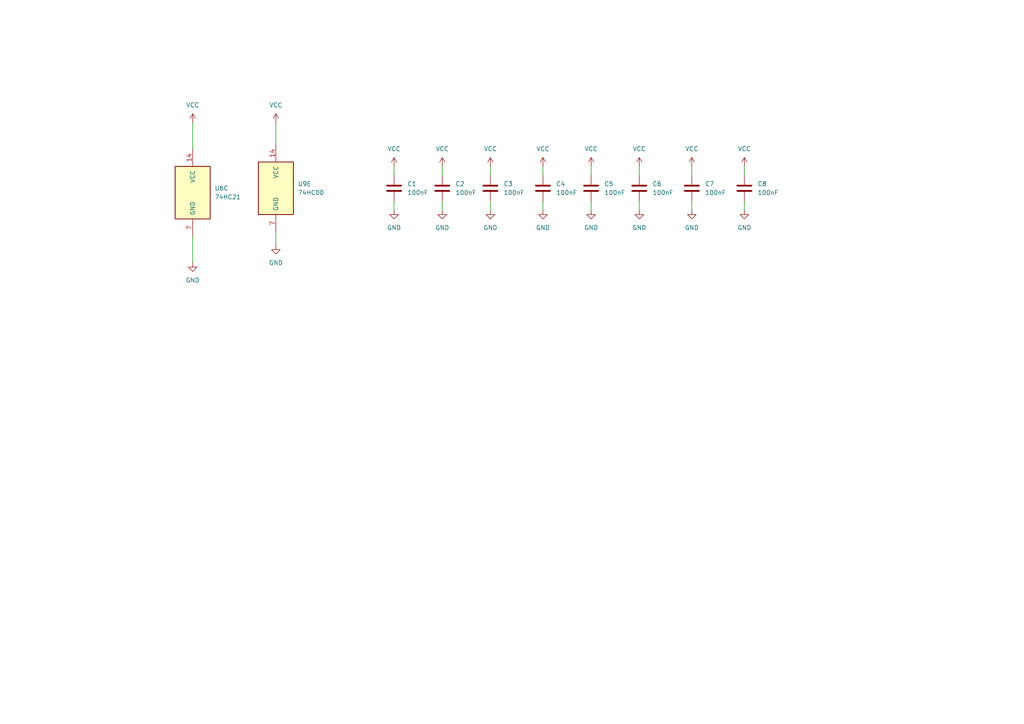
<source format=kicad_sch>
(kicad_sch (version 20230121) (generator eeschema)

  (uuid 2e43da13-4768-4479-bd81-191d7ed07647)

  (paper "A4")

  (lib_symbols
    (symbol "74xx:74HC00" (pin_names (offset 1.016)) (in_bom yes) (on_board yes)
      (property "Reference" "U" (at 0 1.27 0)
        (effects (font (size 1.27 1.27)))
      )
      (property "Value" "74HC00" (at 0 -1.27 0)
        (effects (font (size 1.27 1.27)))
      )
      (property "Footprint" "" (at 0 0 0)
        (effects (font (size 1.27 1.27)) hide)
      )
      (property "Datasheet" "http://www.ti.com/lit/gpn/sn74hc00" (at 0 0 0)
        (effects (font (size 1.27 1.27)) hide)
      )
      (property "ki_locked" "" (at 0 0 0)
        (effects (font (size 1.27 1.27)))
      )
      (property "ki_keywords" "HCMOS nand 2-input" (at 0 0 0)
        (effects (font (size 1.27 1.27)) hide)
      )
      (property "ki_description" "quad 2-input NAND gate" (at 0 0 0)
        (effects (font (size 1.27 1.27)) hide)
      )
      (property "ki_fp_filters" "DIP*W7.62mm* SO14*" (at 0 0 0)
        (effects (font (size 1.27 1.27)) hide)
      )
      (symbol "74HC00_1_1"
        (arc (start 0 -3.81) (mid 3.7934 0) (end 0 3.81)
          (stroke (width 0.254) (type default))
          (fill (type background))
        )
        (polyline
          (pts
            (xy 0 3.81)
            (xy -3.81 3.81)
            (xy -3.81 -3.81)
            (xy 0 -3.81)
          )
          (stroke (width 0.254) (type default))
          (fill (type background))
        )
        (pin input line (at -7.62 2.54 0) (length 3.81)
          (name "~" (effects (font (size 1.27 1.27))))
          (number "1" (effects (font (size 1.27 1.27))))
        )
        (pin input line (at -7.62 -2.54 0) (length 3.81)
          (name "~" (effects (font (size 1.27 1.27))))
          (number "2" (effects (font (size 1.27 1.27))))
        )
        (pin output inverted (at 7.62 0 180) (length 3.81)
          (name "~" (effects (font (size 1.27 1.27))))
          (number "3" (effects (font (size 1.27 1.27))))
        )
      )
      (symbol "74HC00_1_2"
        (arc (start -3.81 -3.81) (mid -2.589 0) (end -3.81 3.81)
          (stroke (width 0.254) (type default))
          (fill (type none))
        )
        (arc (start -0.6096 -3.81) (mid 2.1842 -2.5851) (end 3.81 0)
          (stroke (width 0.254) (type default))
          (fill (type background))
        )
        (polyline
          (pts
            (xy -3.81 -3.81)
            (xy -0.635 -3.81)
          )
          (stroke (width 0.254) (type default))
          (fill (type background))
        )
        (polyline
          (pts
            (xy -3.81 3.81)
            (xy -0.635 3.81)
          )
          (stroke (width 0.254) (type default))
          (fill (type background))
        )
        (polyline
          (pts
            (xy -0.635 3.81)
            (xy -3.81 3.81)
            (xy -3.81 3.81)
            (xy -3.556 3.4036)
            (xy -3.0226 2.2606)
            (xy -2.6924 1.0414)
            (xy -2.6162 -0.254)
            (xy -2.7686 -1.4986)
            (xy -3.175 -2.7178)
            (xy -3.81 -3.81)
            (xy -3.81 -3.81)
            (xy -0.635 -3.81)
          )
          (stroke (width -25.4) (type default))
          (fill (type background))
        )
        (arc (start 3.81 0) (mid 2.1915 2.5936) (end -0.6096 3.81)
          (stroke (width 0.254) (type default))
          (fill (type background))
        )
        (pin input inverted (at -7.62 2.54 0) (length 4.318)
          (name "~" (effects (font (size 1.27 1.27))))
          (number "1" (effects (font (size 1.27 1.27))))
        )
        (pin input inverted (at -7.62 -2.54 0) (length 4.318)
          (name "~" (effects (font (size 1.27 1.27))))
          (number "2" (effects (font (size 1.27 1.27))))
        )
        (pin output line (at 7.62 0 180) (length 3.81)
          (name "~" (effects (font (size 1.27 1.27))))
          (number "3" (effects (font (size 1.27 1.27))))
        )
      )
      (symbol "74HC00_2_1"
        (arc (start 0 -3.81) (mid 3.7934 0) (end 0 3.81)
          (stroke (width 0.254) (type default))
          (fill (type background))
        )
        (polyline
          (pts
            (xy 0 3.81)
            (xy -3.81 3.81)
            (xy -3.81 -3.81)
            (xy 0 -3.81)
          )
          (stroke (width 0.254) (type default))
          (fill (type background))
        )
        (pin input line (at -7.62 2.54 0) (length 3.81)
          (name "~" (effects (font (size 1.27 1.27))))
          (number "4" (effects (font (size 1.27 1.27))))
        )
        (pin input line (at -7.62 -2.54 0) (length 3.81)
          (name "~" (effects (font (size 1.27 1.27))))
          (number "5" (effects (font (size 1.27 1.27))))
        )
        (pin output inverted (at 7.62 0 180) (length 3.81)
          (name "~" (effects (font (size 1.27 1.27))))
          (number "6" (effects (font (size 1.27 1.27))))
        )
      )
      (symbol "74HC00_2_2"
        (arc (start -3.81 -3.81) (mid -2.589 0) (end -3.81 3.81)
          (stroke (width 0.254) (type default))
          (fill (type none))
        )
        (arc (start -0.6096 -3.81) (mid 2.1842 -2.5851) (end 3.81 0)
          (stroke (width 0.254) (type default))
          (fill (type background))
        )
        (polyline
          (pts
            (xy -3.81 -3.81)
            (xy -0.635 -3.81)
          )
          (stroke (width 0.254) (type default))
          (fill (type background))
        )
        (polyline
          (pts
            (xy -3.81 3.81)
            (xy -0.635 3.81)
          )
          (stroke (width 0.254) (type default))
          (fill (type background))
        )
        (polyline
          (pts
            (xy -0.635 3.81)
            (xy -3.81 3.81)
            (xy -3.81 3.81)
            (xy -3.556 3.4036)
            (xy -3.0226 2.2606)
            (xy -2.6924 1.0414)
            (xy -2.6162 -0.254)
            (xy -2.7686 -1.4986)
            (xy -3.175 -2.7178)
            (xy -3.81 -3.81)
            (xy -3.81 -3.81)
            (xy -0.635 -3.81)
          )
          (stroke (width -25.4) (type default))
          (fill (type background))
        )
        (arc (start 3.81 0) (mid 2.1915 2.5936) (end -0.6096 3.81)
          (stroke (width 0.254) (type default))
          (fill (type background))
        )
        (pin input inverted (at -7.62 2.54 0) (length 4.318)
          (name "~" (effects (font (size 1.27 1.27))))
          (number "4" (effects (font (size 1.27 1.27))))
        )
        (pin input inverted (at -7.62 -2.54 0) (length 4.318)
          (name "~" (effects (font (size 1.27 1.27))))
          (number "5" (effects (font (size 1.27 1.27))))
        )
        (pin output line (at 7.62 0 180) (length 3.81)
          (name "~" (effects (font (size 1.27 1.27))))
          (number "6" (effects (font (size 1.27 1.27))))
        )
      )
      (symbol "74HC00_3_1"
        (arc (start 0 -3.81) (mid 3.7934 0) (end 0 3.81)
          (stroke (width 0.254) (type default))
          (fill (type background))
        )
        (polyline
          (pts
            (xy 0 3.81)
            (xy -3.81 3.81)
            (xy -3.81 -3.81)
            (xy 0 -3.81)
          )
          (stroke (width 0.254) (type default))
          (fill (type background))
        )
        (pin input line (at -7.62 -2.54 0) (length 3.81)
          (name "~" (effects (font (size 1.27 1.27))))
          (number "10" (effects (font (size 1.27 1.27))))
        )
        (pin output inverted (at 7.62 0 180) (length 3.81)
          (name "~" (effects (font (size 1.27 1.27))))
          (number "8" (effects (font (size 1.27 1.27))))
        )
        (pin input line (at -7.62 2.54 0) (length 3.81)
          (name "~" (effects (font (size 1.27 1.27))))
          (number "9" (effects (font (size 1.27 1.27))))
        )
      )
      (symbol "74HC00_3_2"
        (arc (start -3.81 -3.81) (mid -2.589 0) (end -3.81 3.81)
          (stroke (width 0.254) (type default))
          (fill (type none))
        )
        (arc (start -0.6096 -3.81) (mid 2.1842 -2.5851) (end 3.81 0)
          (stroke (width 0.254) (type default))
          (fill (type background))
        )
        (polyline
          (pts
            (xy -3.81 -3.81)
            (xy -0.635 -3.81)
          )
          (stroke (width 0.254) (type default))
          (fill (type background))
        )
        (polyline
          (pts
            (xy -3.81 3.81)
            (xy -0.635 3.81)
          )
          (stroke (width 0.254) (type default))
          (fill (type background))
        )
        (polyline
          (pts
            (xy -0.635 3.81)
            (xy -3.81 3.81)
            (xy -3.81 3.81)
            (xy -3.556 3.4036)
            (xy -3.0226 2.2606)
            (xy -2.6924 1.0414)
            (xy -2.6162 -0.254)
            (xy -2.7686 -1.4986)
            (xy -3.175 -2.7178)
            (xy -3.81 -3.81)
            (xy -3.81 -3.81)
            (xy -0.635 -3.81)
          )
          (stroke (width -25.4) (type default))
          (fill (type background))
        )
        (arc (start 3.81 0) (mid 2.1915 2.5936) (end -0.6096 3.81)
          (stroke (width 0.254) (type default))
          (fill (type background))
        )
        (pin input inverted (at -7.62 -2.54 0) (length 4.318)
          (name "~" (effects (font (size 1.27 1.27))))
          (number "10" (effects (font (size 1.27 1.27))))
        )
        (pin output line (at 7.62 0 180) (length 3.81)
          (name "~" (effects (font (size 1.27 1.27))))
          (number "8" (effects (font (size 1.27 1.27))))
        )
        (pin input inverted (at -7.62 2.54 0) (length 4.318)
          (name "~" (effects (font (size 1.27 1.27))))
          (number "9" (effects (font (size 1.27 1.27))))
        )
      )
      (symbol "74HC00_4_1"
        (arc (start 0 -3.81) (mid 3.7934 0) (end 0 3.81)
          (stroke (width 0.254) (type default))
          (fill (type background))
        )
        (polyline
          (pts
            (xy 0 3.81)
            (xy -3.81 3.81)
            (xy -3.81 -3.81)
            (xy 0 -3.81)
          )
          (stroke (width 0.254) (type default))
          (fill (type background))
        )
        (pin output inverted (at 7.62 0 180) (length 3.81)
          (name "~" (effects (font (size 1.27 1.27))))
          (number "11" (effects (font (size 1.27 1.27))))
        )
        (pin input line (at -7.62 2.54 0) (length 3.81)
          (name "~" (effects (font (size 1.27 1.27))))
          (number "12" (effects (font (size 1.27 1.27))))
        )
        (pin input line (at -7.62 -2.54 0) (length 3.81)
          (name "~" (effects (font (size 1.27 1.27))))
          (number "13" (effects (font (size 1.27 1.27))))
        )
      )
      (symbol "74HC00_4_2"
        (arc (start -3.81 -3.81) (mid -2.589 0) (end -3.81 3.81)
          (stroke (width 0.254) (type default))
          (fill (type none))
        )
        (arc (start -0.6096 -3.81) (mid 2.1842 -2.5851) (end 3.81 0)
          (stroke (width 0.254) (type default))
          (fill (type background))
        )
        (polyline
          (pts
            (xy -3.81 -3.81)
            (xy -0.635 -3.81)
          )
          (stroke (width 0.254) (type default))
          (fill (type background))
        )
        (polyline
          (pts
            (xy -3.81 3.81)
            (xy -0.635 3.81)
          )
          (stroke (width 0.254) (type default))
          (fill (type background))
        )
        (polyline
          (pts
            (xy -0.635 3.81)
            (xy -3.81 3.81)
            (xy -3.81 3.81)
            (xy -3.556 3.4036)
            (xy -3.0226 2.2606)
            (xy -2.6924 1.0414)
            (xy -2.6162 -0.254)
            (xy -2.7686 -1.4986)
            (xy -3.175 -2.7178)
            (xy -3.81 -3.81)
            (xy -3.81 -3.81)
            (xy -0.635 -3.81)
          )
          (stroke (width -25.4) (type default))
          (fill (type background))
        )
        (arc (start 3.81 0) (mid 2.1915 2.5936) (end -0.6096 3.81)
          (stroke (width 0.254) (type default))
          (fill (type background))
        )
        (pin output line (at 7.62 0 180) (length 3.81)
          (name "~" (effects (font (size 1.27 1.27))))
          (number "11" (effects (font (size 1.27 1.27))))
        )
        (pin input inverted (at -7.62 2.54 0) (length 4.318)
          (name "~" (effects (font (size 1.27 1.27))))
          (number "12" (effects (font (size 1.27 1.27))))
        )
        (pin input inverted (at -7.62 -2.54 0) (length 4.318)
          (name "~" (effects (font (size 1.27 1.27))))
          (number "13" (effects (font (size 1.27 1.27))))
        )
      )
      (symbol "74HC00_5_0"
        (pin power_in line (at 0 12.7 270) (length 5.08)
          (name "VCC" (effects (font (size 1.27 1.27))))
          (number "14" (effects (font (size 1.27 1.27))))
        )
        (pin power_in line (at 0 -12.7 90) (length 5.08)
          (name "GND" (effects (font (size 1.27 1.27))))
          (number "7" (effects (font (size 1.27 1.27))))
        )
      )
      (symbol "74HC00_5_1"
        (rectangle (start -5.08 7.62) (end 5.08 -7.62)
          (stroke (width 0.254) (type default))
          (fill (type background))
        )
      )
    )
    (symbol "74xx:74LS21" (pin_names (offset 1.016)) (in_bom yes) (on_board yes)
      (property "Reference" "U" (at 0 1.27 0)
        (effects (font (size 1.27 1.27)))
      )
      (property "Value" "74LS21" (at 0 -1.27 0)
        (effects (font (size 1.27 1.27)))
      )
      (property "Footprint" "" (at 0 0 0)
        (effects (font (size 1.27 1.27)) hide)
      )
      (property "Datasheet" "http://www.ti.com/lit/gpn/sn74LS21" (at 0 0 0)
        (effects (font (size 1.27 1.27)) hide)
      )
      (property "ki_locked" "" (at 0 0 0)
        (effects (font (size 1.27 1.27)))
      )
      (property "ki_keywords" "TTL And4" (at 0 0 0)
        (effects (font (size 1.27 1.27)) hide)
      )
      (property "ki_description" "Dual 4-input AND" (at 0 0 0)
        (effects (font (size 1.27 1.27)) hide)
      )
      (property "ki_fp_filters" "DIP?12*" (at 0 0 0)
        (effects (font (size 1.27 1.27)) hide)
      )
      (symbol "74LS21_1_1"
        (arc (start -0.635 -4.445) (mid 3.7907 0) (end -0.635 4.445)
          (stroke (width 0.254) (type default))
          (fill (type background))
        )
        (polyline
          (pts
            (xy -0.635 4.445)
            (xy -3.81 4.445)
            (xy -3.81 -4.445)
            (xy -0.635 -4.445)
          )
          (stroke (width 0.254) (type default))
          (fill (type background))
        )
        (pin input line (at -7.62 3.81 0) (length 3.81)
          (name "~" (effects (font (size 1.27 1.27))))
          (number "1" (effects (font (size 1.27 1.27))))
        )
        (pin input line (at -7.62 1.27 0) (length 3.81)
          (name "~" (effects (font (size 1.27 1.27))))
          (number "2" (effects (font (size 1.27 1.27))))
        )
        (pin input line (at -7.62 -1.27 0) (length 3.81)
          (name "~" (effects (font (size 1.27 1.27))))
          (number "4" (effects (font (size 1.27 1.27))))
        )
        (pin input line (at -7.62 -3.81 0) (length 3.81)
          (name "~" (effects (font (size 1.27 1.27))))
          (number "5" (effects (font (size 1.27 1.27))))
        )
        (pin output line (at 7.62 0 180) (length 3.81)
          (name "~" (effects (font (size 1.27 1.27))))
          (number "6" (effects (font (size 1.27 1.27))))
        )
      )
      (symbol "74LS21_1_2"
        (arc (start -3.81 -4.445) (mid -2.5908 0) (end -3.81 4.445)
          (stroke (width 0.254) (type default))
          (fill (type none))
        )
        (arc (start -0.6096 -4.445) (mid 2.2246 -2.8422) (end 3.81 0)
          (stroke (width 0.254) (type default))
          (fill (type background))
        )
        (polyline
          (pts
            (xy -3.81 -4.445)
            (xy -0.635 -4.445)
          )
          (stroke (width 0.254) (type default))
          (fill (type background))
        )
        (polyline
          (pts
            (xy -3.81 4.445)
            (xy -0.635 4.445)
          )
          (stroke (width 0.254) (type default))
          (fill (type background))
        )
        (polyline
          (pts
            (xy -0.635 4.445)
            (xy -3.81 4.445)
            (xy -3.81 4.445)
            (xy -3.6322 4.0894)
            (xy -3.0988 2.921)
            (xy -2.7686 1.6764)
            (xy -2.6162 0.4318)
            (xy -2.6416 -0.8636)
            (xy -2.8702 -2.1082)
            (xy -3.2512 -3.3274)
            (xy -3.81 -4.445)
            (xy -3.81 -4.445)
            (xy -0.635 -4.445)
          )
          (stroke (width -25.4) (type default))
          (fill (type background))
        )
        (arc (start 3.81 0) (mid 2.2204 2.8379) (end -0.6096 4.445)
          (stroke (width 0.254) (type default))
          (fill (type background))
        )
        (pin input inverted (at -7.62 3.81 0) (length 3.81)
          (name "~" (effects (font (size 1.27 1.27))))
          (number "1" (effects (font (size 1.27 1.27))))
        )
        (pin input inverted (at -7.62 1.27 0) (length 4.826)
          (name "~" (effects (font (size 1.27 1.27))))
          (number "2" (effects (font (size 1.27 1.27))))
        )
        (pin input inverted (at -7.62 -1.27 0) (length 4.826)
          (name "~" (effects (font (size 1.27 1.27))))
          (number "4" (effects (font (size 1.27 1.27))))
        )
        (pin input inverted (at -7.62 -3.81 0) (length 3.81)
          (name "~" (effects (font (size 1.27 1.27))))
          (number "5" (effects (font (size 1.27 1.27))))
        )
        (pin output inverted (at 7.62 0 180) (length 3.81)
          (name "~" (effects (font (size 1.27 1.27))))
          (number "6" (effects (font (size 1.27 1.27))))
        )
      )
      (symbol "74LS21_2_1"
        (arc (start -0.635 -4.445) (mid 3.7907 0) (end -0.635 4.445)
          (stroke (width 0.254) (type default))
          (fill (type background))
        )
        (polyline
          (pts
            (xy -0.635 4.445)
            (xy -3.81 4.445)
            (xy -3.81 -4.445)
            (xy -0.635 -4.445)
          )
          (stroke (width 0.254) (type default))
          (fill (type background))
        )
        (pin input line (at -7.62 1.27 0) (length 3.81)
          (name "~" (effects (font (size 1.27 1.27))))
          (number "10" (effects (font (size 1.27 1.27))))
        )
        (pin input line (at -7.62 -1.27 0) (length 3.81)
          (name "~" (effects (font (size 1.27 1.27))))
          (number "12" (effects (font (size 1.27 1.27))))
        )
        (pin input line (at -7.62 -3.81 0) (length 3.81)
          (name "~" (effects (font (size 1.27 1.27))))
          (number "13" (effects (font (size 1.27 1.27))))
        )
        (pin output line (at 7.62 0 180) (length 3.81)
          (name "~" (effects (font (size 1.27 1.27))))
          (number "8" (effects (font (size 1.27 1.27))))
        )
        (pin input line (at -7.62 3.81 0) (length 3.81)
          (name "~" (effects (font (size 1.27 1.27))))
          (number "9" (effects (font (size 1.27 1.27))))
        )
      )
      (symbol "74LS21_2_2"
        (arc (start -3.81 -4.445) (mid -2.5908 0) (end -3.81 4.445)
          (stroke (width 0.254) (type default))
          (fill (type none))
        )
        (arc (start -0.6096 -4.445) (mid 2.2246 -2.8422) (end 3.81 0)
          (stroke (width 0.254) (type default))
          (fill (type background))
        )
        (polyline
          (pts
            (xy -3.81 -4.445)
            (xy -0.635 -4.445)
          )
          (stroke (width 0.254) (type default))
          (fill (type background))
        )
        (polyline
          (pts
            (xy -3.81 4.445)
            (xy -0.635 4.445)
          )
          (stroke (width 0.254) (type default))
          (fill (type background))
        )
        (polyline
          (pts
            (xy -0.635 4.445)
            (xy -3.81 4.445)
            (xy -3.81 4.445)
            (xy -3.6322 4.0894)
            (xy -3.0988 2.921)
            (xy -2.7686 1.6764)
            (xy -2.6162 0.4318)
            (xy -2.6416 -0.8636)
            (xy -2.8702 -2.1082)
            (xy -3.2512 -3.3274)
            (xy -3.81 -4.445)
            (xy -3.81 -4.445)
            (xy -0.635 -4.445)
          )
          (stroke (width -25.4) (type default))
          (fill (type background))
        )
        (arc (start 3.81 0) (mid 2.2204 2.8379) (end -0.6096 4.445)
          (stroke (width 0.254) (type default))
          (fill (type background))
        )
        (pin input inverted (at -7.62 1.27 0) (length 4.826)
          (name "~" (effects (font (size 1.27 1.27))))
          (number "10" (effects (font (size 1.27 1.27))))
        )
        (pin input inverted (at -7.62 -1.27 0) (length 4.826)
          (name "~" (effects (font (size 1.27 1.27))))
          (number "12" (effects (font (size 1.27 1.27))))
        )
        (pin input inverted (at -7.62 -3.81 0) (length 3.81)
          (name "~" (effects (font (size 1.27 1.27))))
          (number "13" (effects (font (size 1.27 1.27))))
        )
        (pin output inverted (at 7.62 0 180) (length 3.81)
          (name "~" (effects (font (size 1.27 1.27))))
          (number "8" (effects (font (size 1.27 1.27))))
        )
        (pin input inverted (at -7.62 3.81 0) (length 3.81)
          (name "~" (effects (font (size 1.27 1.27))))
          (number "9" (effects (font (size 1.27 1.27))))
        )
      )
      (symbol "74LS21_3_0"
        (pin power_in line (at 0 12.7 270) (length 5.08)
          (name "VCC" (effects (font (size 1.27 1.27))))
          (number "14" (effects (font (size 1.27 1.27))))
        )
        (pin power_in line (at 0 -12.7 90) (length 5.08)
          (name "GND" (effects (font (size 1.27 1.27))))
          (number "7" (effects (font (size 1.27 1.27))))
        )
      )
      (symbol "74LS21_3_1"
        (rectangle (start -5.08 7.62) (end 5.08 -7.62)
          (stroke (width 0.254) (type default))
          (fill (type background))
        )
      )
    )
    (symbol "Device:C" (pin_numbers hide) (pin_names (offset 0.254)) (in_bom yes) (on_board yes)
      (property "Reference" "C" (at 0.635 2.54 0)
        (effects (font (size 1.27 1.27)) (justify left))
      )
      (property "Value" "C" (at 0.635 -2.54 0)
        (effects (font (size 1.27 1.27)) (justify left))
      )
      (property "Footprint" "" (at 0.9652 -3.81 0)
        (effects (font (size 1.27 1.27)) hide)
      )
      (property "Datasheet" "~" (at 0 0 0)
        (effects (font (size 1.27 1.27)) hide)
      )
      (property "ki_keywords" "cap capacitor" (at 0 0 0)
        (effects (font (size 1.27 1.27)) hide)
      )
      (property "ki_description" "Unpolarized capacitor" (at 0 0 0)
        (effects (font (size 1.27 1.27)) hide)
      )
      (property "ki_fp_filters" "C_*" (at 0 0 0)
        (effects (font (size 1.27 1.27)) hide)
      )
      (symbol "C_0_1"
        (polyline
          (pts
            (xy -2.032 -0.762)
            (xy 2.032 -0.762)
          )
          (stroke (width 0.508) (type default))
          (fill (type none))
        )
        (polyline
          (pts
            (xy -2.032 0.762)
            (xy 2.032 0.762)
          )
          (stroke (width 0.508) (type default))
          (fill (type none))
        )
      )
      (symbol "C_1_1"
        (pin passive line (at 0 3.81 270) (length 2.794)
          (name "~" (effects (font (size 1.27 1.27))))
          (number "1" (effects (font (size 1.27 1.27))))
        )
        (pin passive line (at 0 -3.81 90) (length 2.794)
          (name "~" (effects (font (size 1.27 1.27))))
          (number "2" (effects (font (size 1.27 1.27))))
        )
      )
    )
    (symbol "power:GND" (power) (pin_names (offset 0)) (in_bom yes) (on_board yes)
      (property "Reference" "#PWR" (at 0 -6.35 0)
        (effects (font (size 1.27 1.27)) hide)
      )
      (property "Value" "GND" (at 0 -3.81 0)
        (effects (font (size 1.27 1.27)))
      )
      (property "Footprint" "" (at 0 0 0)
        (effects (font (size 1.27 1.27)) hide)
      )
      (property "Datasheet" "" (at 0 0 0)
        (effects (font (size 1.27 1.27)) hide)
      )
      (property "ki_keywords" "global power" (at 0 0 0)
        (effects (font (size 1.27 1.27)) hide)
      )
      (property "ki_description" "Power symbol creates a global label with name \"GND\" , ground" (at 0 0 0)
        (effects (font (size 1.27 1.27)) hide)
      )
      (symbol "GND_0_1"
        (polyline
          (pts
            (xy 0 0)
            (xy 0 -1.27)
            (xy 1.27 -1.27)
            (xy 0 -2.54)
            (xy -1.27 -1.27)
            (xy 0 -1.27)
          )
          (stroke (width 0) (type default))
          (fill (type none))
        )
      )
      (symbol "GND_1_1"
        (pin power_in line (at 0 0 270) (length 0) hide
          (name "GND" (effects (font (size 1.27 1.27))))
          (number "1" (effects (font (size 1.27 1.27))))
        )
      )
    )
    (symbol "power:VCC" (power) (pin_names (offset 0)) (in_bom yes) (on_board yes)
      (property "Reference" "#PWR" (at 0 -3.81 0)
        (effects (font (size 1.27 1.27)) hide)
      )
      (property "Value" "VCC" (at 0 3.81 0)
        (effects (font (size 1.27 1.27)))
      )
      (property "Footprint" "" (at 0 0 0)
        (effects (font (size 1.27 1.27)) hide)
      )
      (property "Datasheet" "" (at 0 0 0)
        (effects (font (size 1.27 1.27)) hide)
      )
      (property "ki_keywords" "global power" (at 0 0 0)
        (effects (font (size 1.27 1.27)) hide)
      )
      (property "ki_description" "Power symbol creates a global label with name \"VCC\"" (at 0 0 0)
        (effects (font (size 1.27 1.27)) hide)
      )
      (symbol "VCC_0_1"
        (polyline
          (pts
            (xy -0.762 1.27)
            (xy 0 2.54)
          )
          (stroke (width 0) (type default))
          (fill (type none))
        )
        (polyline
          (pts
            (xy 0 0)
            (xy 0 2.54)
          )
          (stroke (width 0) (type default))
          (fill (type none))
        )
        (polyline
          (pts
            (xy 0 2.54)
            (xy 0.762 1.27)
          )
          (stroke (width 0) (type default))
          (fill (type none))
        )
      )
      (symbol "VCC_1_1"
        (pin power_in line (at 0 0 90) (length 0) hide
          (name "VCC" (effects (font (size 1.27 1.27))))
          (number "1" (effects (font (size 1.27 1.27))))
        )
      )
    )
  )


  (wire (pts (xy 114.3 58.42) (xy 114.3 60.96))
    (stroke (width 0) (type default))
    (uuid 12adb099-1341-40e4-aa52-7fa5500940f2)
  )
  (wire (pts (xy 215.9 58.42) (xy 215.9 60.96))
    (stroke (width 0) (type default))
    (uuid 17281d86-7046-4f37-be6b-5fc747ee2fad)
  )
  (wire (pts (xy 215.9 48.26) (xy 215.9 50.8))
    (stroke (width 0) (type default))
    (uuid 199ef6d0-0bdd-4f44-ade7-62bc712e9196)
  )
  (wire (pts (xy 171.45 48.26) (xy 171.45 50.8))
    (stroke (width 0) (type default))
    (uuid 332473b4-a58e-458e-9b7c-726fdf091ce8)
  )
  (wire (pts (xy 200.66 58.42) (xy 200.66 60.96))
    (stroke (width 0) (type default))
    (uuid 39fed8a8-afc5-4db7-b824-2369c56b4c03)
  )
  (wire (pts (xy 128.27 58.42) (xy 128.27 60.96))
    (stroke (width 0) (type default))
    (uuid 497e4255-83f1-4b84-ad84-2c656d5e2edc)
  )
  (wire (pts (xy 114.3 48.26) (xy 114.3 50.8))
    (stroke (width 0) (type default))
    (uuid 4d3a2ab9-a9aa-4095-8ea5-22d36b1b0c3d)
  )
  (wire (pts (xy 55.88 35.56) (xy 55.88 43.18))
    (stroke (width 0) (type default))
    (uuid 4eee8468-0ada-4ba6-9485-8cbbb0105289)
  )
  (wire (pts (xy 185.42 48.26) (xy 185.42 50.8))
    (stroke (width 0) (type default))
    (uuid 57a307d1-e7d1-4e16-8ce5-dcd81f62992c)
  )
  (wire (pts (xy 171.45 58.42) (xy 171.45 60.96))
    (stroke (width 0) (type default))
    (uuid 6419c895-466b-4d83-9d4b-e3fcd9e2c27e)
  )
  (wire (pts (xy 142.24 48.26) (xy 142.24 50.8))
    (stroke (width 0) (type default))
    (uuid 80d7d49b-0b82-404a-820b-583743e4aa29)
  )
  (wire (pts (xy 200.66 48.26) (xy 200.66 50.8))
    (stroke (width 0) (type default))
    (uuid 9b510eba-6a0c-4ddf-9b75-948a15119ff4)
  )
  (wire (pts (xy 128.27 48.26) (xy 128.27 50.8))
    (stroke (width 0) (type default))
    (uuid a6b7fc54-dafd-4483-8274-0f8f6284477e)
  )
  (wire (pts (xy 80.01 67.31) (xy 80.01 71.12))
    (stroke (width 0) (type default))
    (uuid ac93ecd4-d5c8-400b-9896-4142a61364de)
  )
  (wire (pts (xy 157.48 58.42) (xy 157.48 60.96))
    (stroke (width 0) (type default))
    (uuid b35d67c7-fba7-45e4-becb-d4285ff7d69a)
  )
  (wire (pts (xy 55.88 68.58) (xy 55.88 76.2))
    (stroke (width 0) (type default))
    (uuid be22b707-56d6-4535-a739-5f03e9a922fe)
  )
  (wire (pts (xy 142.24 58.42) (xy 142.24 60.96))
    (stroke (width 0) (type default))
    (uuid c28b60bf-3797-4076-b905-d971199ef14e)
  )
  (wire (pts (xy 157.48 48.26) (xy 157.48 50.8))
    (stroke (width 0) (type default))
    (uuid e2e80d3f-a343-4d5c-9ee8-2d9e07c83461)
  )
  (wire (pts (xy 185.42 58.42) (xy 185.42 60.96))
    (stroke (width 0) (type default))
    (uuid e6dbaf57-8770-4b12-82c0-18ef0b1da8a6)
  )
  (wire (pts (xy 80.01 35.56) (xy 80.01 41.91))
    (stroke (width 0) (type default))
    (uuid f1fef09d-1215-48b0-9bc9-029d70090415)
  )

  (symbol (lib_id "power:GND") (at 171.45 60.96 0) (unit 1)
    (in_bom yes) (on_board yes) (dnp no) (fields_autoplaced)
    (uuid 068e1d16-07a9-4b87-ba9d-ec2d825cf76b)
    (property "Reference" "#PWR01" (at 171.45 67.31 0)
      (effects (font (size 1.27 1.27)) hide)
    )
    (property "Value" "GND" (at 171.45 66.04 0)
      (effects (font (size 1.27 1.27)))
    )
    (property "Footprint" "" (at 171.45 60.96 0)
      (effects (font (size 1.27 1.27)) hide)
    )
    (property "Datasheet" "" (at 171.45 60.96 0)
      (effects (font (size 1.27 1.27)) hide)
    )
    (pin "1" (uuid e2364043-b145-4507-ada1-f736bf996835))
    (instances
      (project "KJ6502"
        (path "/1a4e2fb9-7b41-46b9-b2ea-24437fe98bf7"
          (reference "#PWR01") (unit 1)
        )
        (path "/1a4e2fb9-7b41-46b9-b2ea-24437fe98bf7/3b8ab560-74ed-460d-a78b-5dce69a8b6cf"
          (reference "#PWR041") (unit 1)
        )
      )
    )
  )

  (symbol (lib_id "Device:C") (at 157.48 54.61 0) (unit 1)
    (in_bom yes) (on_board yes) (dnp no) (fields_autoplaced)
    (uuid 08056c3a-8a79-40ad-b14c-533f5e6445c0)
    (property "Reference" "C4" (at 161.29 53.34 0)
      (effects (font (size 1.27 1.27)) (justify left))
    )
    (property "Value" "100nF" (at 161.29 55.88 0)
      (effects (font (size 1.27 1.27)) (justify left))
    )
    (property "Footprint" "Capacitor_THT:C_Disc_D4.3mm_W1.9mm_P5.00mm" (at 158.4452 58.42 0)
      (effects (font (size 1.27 1.27)) hide)
    )
    (property "Datasheet" "~" (at 157.48 54.61 0)
      (effects (font (size 1.27 1.27)) hide)
    )
    (pin "1" (uuid 03f03f39-2214-4d51-a6da-e52dab246baa))
    (pin "2" (uuid 9f86c640-fbdf-41b9-8c93-f6bda4285a59))
    (instances
      (project "KJ6502"
        (path "/1a4e2fb9-7b41-46b9-b2ea-24437fe98bf7/3b8ab560-74ed-460d-a78b-5dce69a8b6cf"
          (reference "C4") (unit 1)
        )
      )
    )
  )

  (symbol (lib_id "power:GND") (at 200.66 60.96 0) (unit 1)
    (in_bom yes) (on_board yes) (dnp no) (fields_autoplaced)
    (uuid 14b9a339-6d5a-48d1-8bb3-f201ffd1d098)
    (property "Reference" "#PWR01" (at 200.66 67.31 0)
      (effects (font (size 1.27 1.27)) hide)
    )
    (property "Value" "GND" (at 200.66 66.04 0)
      (effects (font (size 1.27 1.27)))
    )
    (property "Footprint" "" (at 200.66 60.96 0)
      (effects (font (size 1.27 1.27)) hide)
    )
    (property "Datasheet" "" (at 200.66 60.96 0)
      (effects (font (size 1.27 1.27)) hide)
    )
    (pin "1" (uuid ca3ab447-1803-44bd-aa01-43452eaf86e9))
    (instances
      (project "KJ6502"
        (path "/1a4e2fb9-7b41-46b9-b2ea-24437fe98bf7"
          (reference "#PWR01") (unit 1)
        )
        (path "/1a4e2fb9-7b41-46b9-b2ea-24437fe98bf7/3b8ab560-74ed-460d-a78b-5dce69a8b6cf"
          (reference "#PWR045") (unit 1)
        )
      )
    )
  )

  (symbol (lib_id "power:GND") (at 185.42 60.96 0) (unit 1)
    (in_bom yes) (on_board yes) (dnp no) (fields_autoplaced)
    (uuid 1d14e4f1-7907-42cd-9b4e-ea4389cc0c45)
    (property "Reference" "#PWR01" (at 185.42 67.31 0)
      (effects (font (size 1.27 1.27)) hide)
    )
    (property "Value" "GND" (at 185.42 66.04 0)
      (effects (font (size 1.27 1.27)))
    )
    (property "Footprint" "" (at 185.42 60.96 0)
      (effects (font (size 1.27 1.27)) hide)
    )
    (property "Datasheet" "" (at 185.42 60.96 0)
      (effects (font (size 1.27 1.27)) hide)
    )
    (pin "1" (uuid 2e4b4ced-a152-4a42-9430-f065908fd10e))
    (instances
      (project "KJ6502"
        (path "/1a4e2fb9-7b41-46b9-b2ea-24437fe98bf7"
          (reference "#PWR01") (unit 1)
        )
        (path "/1a4e2fb9-7b41-46b9-b2ea-24437fe98bf7/3b8ab560-74ed-460d-a78b-5dce69a8b6cf"
          (reference "#PWR043") (unit 1)
        )
      )
    )
  )

  (symbol (lib_id "power:VCC") (at 142.24 48.26 0) (unit 1)
    (in_bom yes) (on_board yes) (dnp no) (fields_autoplaced)
    (uuid 25737574-7c63-4528-b4e5-9903b7eb50fb)
    (property "Reference" "#PWR036" (at 142.24 52.07 0)
      (effects (font (size 1.27 1.27)) hide)
    )
    (property "Value" "VCC" (at 142.24 43.18 0)
      (effects (font (size 1.27 1.27)))
    )
    (property "Footprint" "" (at 142.24 48.26 0)
      (effects (font (size 1.27 1.27)) hide)
    )
    (property "Datasheet" "" (at 142.24 48.26 0)
      (effects (font (size 1.27 1.27)) hide)
    )
    (pin "1" (uuid b5b74297-a679-47b3-9472-d4acc0b6302e))
    (instances
      (project "KJ6502"
        (path "/1a4e2fb9-7b41-46b9-b2ea-24437fe98bf7/3b8ab560-74ed-460d-a78b-5dce69a8b6cf"
          (reference "#PWR036") (unit 1)
        )
      )
    )
  )

  (symbol (lib_id "Device:C") (at 128.27 54.61 0) (unit 1)
    (in_bom yes) (on_board yes) (dnp no) (fields_autoplaced)
    (uuid 26df37e0-c095-4e29-a206-71a5bf56ad7d)
    (property "Reference" "C2" (at 132.08 53.34 0)
      (effects (font (size 1.27 1.27)) (justify left))
    )
    (property "Value" "100nF" (at 132.08 55.88 0)
      (effects (font (size 1.27 1.27)) (justify left))
    )
    (property "Footprint" "Capacitor_THT:C_Disc_D4.3mm_W1.9mm_P5.00mm" (at 129.2352 58.42 0)
      (effects (font (size 1.27 1.27)) hide)
    )
    (property "Datasheet" "~" (at 128.27 54.61 0)
      (effects (font (size 1.27 1.27)) hide)
    )
    (pin "1" (uuid 43ac88c6-02ae-41a5-b8f8-72099fe10697))
    (pin "2" (uuid 10304aa1-74fc-44fa-8daa-4c2fd6963076))
    (instances
      (project "KJ6502"
        (path "/1a4e2fb9-7b41-46b9-b2ea-24437fe98bf7/3b8ab560-74ed-460d-a78b-5dce69a8b6cf"
          (reference "C2") (unit 1)
        )
      )
    )
  )

  (symbol (lib_id "74xx:74HC00") (at 80.01 54.61 0) (unit 5)
    (in_bom yes) (on_board yes) (dnp no) (fields_autoplaced)
    (uuid 2b38de2a-3b77-427d-be2d-a1e290c49958)
    (property "Reference" "U9" (at 86.36 53.34 0)
      (effects (font (size 1.27 1.27)) (justify left))
    )
    (property "Value" "74HC00" (at 86.36 55.88 0)
      (effects (font (size 1.27 1.27)) (justify left))
    )
    (property "Footprint" "Package_DIP:DIP-14_W7.62mm" (at 80.01 54.61 0)
      (effects (font (size 1.27 1.27)) hide)
    )
    (property "Datasheet" "http://www.ti.com/lit/gpn/sn74hc00" (at 80.01 54.61 0)
      (effects (font (size 1.27 1.27)) hide)
    )
    (pin "1" (uuid 64bf42b9-5c3d-4376-81ad-96d432c0cc15))
    (pin "2" (uuid f6a6255d-4e47-4dc7-8fcf-fbcfe1a19464))
    (pin "3" (uuid af8889ce-cab8-4332-bfd9-5c687cbd4d28))
    (pin "4" (uuid 27ecdd1e-dd99-4da0-80fe-322525aca71a))
    (pin "5" (uuid 22ad438a-4c8d-43c6-9fc7-8fe590f1eb52))
    (pin "6" (uuid ff9fa31f-b38f-4feb-a749-caf58b7eecfa))
    (pin "10" (uuid c35d1670-54db-49f0-9586-6735d814cf9c))
    (pin "8" (uuid 747f76db-e4de-4df6-8dca-4282ec9d05df))
    (pin "9" (uuid 49541156-a40f-4eba-afb1-774a0f58ae27))
    (pin "11" (uuid ed99777f-0392-4bcd-9864-a68b1b1febaa))
    (pin "12" (uuid b4f837b0-de83-48c8-9c5a-b0ec34fc817e))
    (pin "13" (uuid 3f17b2ed-43f0-4fca-9b70-09b08bc32a14))
    (pin "14" (uuid 92dba5b4-e47b-4934-a747-ccd640d69c81))
    (pin "7" (uuid 16fb75d7-757b-4740-859a-e54110031813))
    (instances
      (project "KJ6502"
        (path "/1a4e2fb9-7b41-46b9-b2ea-24437fe98bf7"
          (reference "U9") (unit 5)
        )
        (path "/1a4e2fb9-7b41-46b9-b2ea-24437fe98bf7/3b8ab560-74ed-460d-a78b-5dce69a8b6cf"
          (reference "U9") (unit 5)
        )
      )
    )
  )

  (symbol (lib_id "power:GND") (at 142.24 60.96 0) (unit 1)
    (in_bom yes) (on_board yes) (dnp no) (fields_autoplaced)
    (uuid 3d9981b4-55f5-4c81-a644-1ae65bf2b138)
    (property "Reference" "#PWR01" (at 142.24 67.31 0)
      (effects (font (size 1.27 1.27)) hide)
    )
    (property "Value" "GND" (at 142.24 66.04 0)
      (effects (font (size 1.27 1.27)))
    )
    (property "Footprint" "" (at 142.24 60.96 0)
      (effects (font (size 1.27 1.27)) hide)
    )
    (property "Datasheet" "" (at 142.24 60.96 0)
      (effects (font (size 1.27 1.27)) hide)
    )
    (pin "1" (uuid 20cb4163-6bd6-4e96-802b-d55f6ef2c8f8))
    (instances
      (project "KJ6502"
        (path "/1a4e2fb9-7b41-46b9-b2ea-24437fe98bf7"
          (reference "#PWR01") (unit 1)
        )
        (path "/1a4e2fb9-7b41-46b9-b2ea-24437fe98bf7/3b8ab560-74ed-460d-a78b-5dce69a8b6cf"
          (reference "#PWR037") (unit 1)
        )
      )
    )
  )

  (symbol (lib_id "power:VCC") (at 55.88 35.56 0) (unit 1)
    (in_bom yes) (on_board yes) (dnp no) (fields_autoplaced)
    (uuid 40c84e21-9575-4731-9662-73e69a4ce9da)
    (property "Reference" "#PWR02" (at 55.88 39.37 0)
      (effects (font (size 1.27 1.27)) hide)
    )
    (property "Value" "VCC" (at 55.88 30.48 0)
      (effects (font (size 1.27 1.27)))
    )
    (property "Footprint" "" (at 55.88 35.56 0)
      (effects (font (size 1.27 1.27)) hide)
    )
    (property "Datasheet" "" (at 55.88 35.56 0)
      (effects (font (size 1.27 1.27)) hide)
    )
    (pin "1" (uuid 5f151325-3fa4-4a18-bb86-038d5d12bba9))
    (instances
      (project "KJ6502"
        (path "/1a4e2fb9-7b41-46b9-b2ea-24437fe98bf7/3b8ab560-74ed-460d-a78b-5dce69a8b6cf"
          (reference "#PWR02") (unit 1)
        )
      )
    )
  )

  (symbol (lib_id "power:GND") (at 128.27 60.96 0) (unit 1)
    (in_bom yes) (on_board yes) (dnp no) (fields_autoplaced)
    (uuid 67969d5e-1377-467d-9231-12084dd8a77a)
    (property "Reference" "#PWR01" (at 128.27 67.31 0)
      (effects (font (size 1.27 1.27)) hide)
    )
    (property "Value" "GND" (at 128.27 66.04 0)
      (effects (font (size 1.27 1.27)))
    )
    (property "Footprint" "" (at 128.27 60.96 0)
      (effects (font (size 1.27 1.27)) hide)
    )
    (property "Datasheet" "" (at 128.27 60.96 0)
      (effects (font (size 1.27 1.27)) hide)
    )
    (pin "1" (uuid 36993a26-46bd-4f31-bca8-f71b3d00d421))
    (instances
      (project "KJ6502"
        (path "/1a4e2fb9-7b41-46b9-b2ea-24437fe98bf7"
          (reference "#PWR01") (unit 1)
        )
        (path "/1a4e2fb9-7b41-46b9-b2ea-24437fe98bf7/3b8ab560-74ed-460d-a78b-5dce69a8b6cf"
          (reference "#PWR035") (unit 1)
        )
      )
    )
  )

  (symbol (lib_id "power:GND") (at 157.48 60.96 0) (unit 1)
    (in_bom yes) (on_board yes) (dnp no) (fields_autoplaced)
    (uuid 72be96c6-dda2-4752-91ba-cef3175b5e7a)
    (property "Reference" "#PWR01" (at 157.48 67.31 0)
      (effects (font (size 1.27 1.27)) hide)
    )
    (property "Value" "GND" (at 157.48 66.04 0)
      (effects (font (size 1.27 1.27)))
    )
    (property "Footprint" "" (at 157.48 60.96 0)
      (effects (font (size 1.27 1.27)) hide)
    )
    (property "Datasheet" "" (at 157.48 60.96 0)
      (effects (font (size 1.27 1.27)) hide)
    )
    (pin "1" (uuid 6c4eb7c6-a7a3-4634-bacb-cc86c9a9aa1a))
    (instances
      (project "KJ6502"
        (path "/1a4e2fb9-7b41-46b9-b2ea-24437fe98bf7"
          (reference "#PWR01") (unit 1)
        )
        (path "/1a4e2fb9-7b41-46b9-b2ea-24437fe98bf7/3b8ab560-74ed-460d-a78b-5dce69a8b6cf"
          (reference "#PWR039") (unit 1)
        )
      )
    )
  )

  (symbol (lib_id "Device:C") (at 142.24 54.61 0) (unit 1)
    (in_bom yes) (on_board yes) (dnp no) (fields_autoplaced)
    (uuid 842be353-03bd-4e50-b1f9-baa35a392e4d)
    (property "Reference" "C3" (at 146.05 53.34 0)
      (effects (font (size 1.27 1.27)) (justify left))
    )
    (property "Value" "100nF" (at 146.05 55.88 0)
      (effects (font (size 1.27 1.27)) (justify left))
    )
    (property "Footprint" "Capacitor_THT:C_Disc_D4.3mm_W1.9mm_P5.00mm" (at 143.2052 58.42 0)
      (effects (font (size 1.27 1.27)) hide)
    )
    (property "Datasheet" "~" (at 142.24 54.61 0)
      (effects (font (size 1.27 1.27)) hide)
    )
    (pin "1" (uuid 034370af-8073-4a81-b99b-d712d1ee0f82))
    (pin "2" (uuid 894e65d8-4c9d-4068-8db7-15769ca61871))
    (instances
      (project "KJ6502"
        (path "/1a4e2fb9-7b41-46b9-b2ea-24437fe98bf7/3b8ab560-74ed-460d-a78b-5dce69a8b6cf"
          (reference "C3") (unit 1)
        )
      )
    )
  )

  (symbol (lib_id "Device:C") (at 171.45 54.61 0) (unit 1)
    (in_bom yes) (on_board yes) (dnp no) (fields_autoplaced)
    (uuid 87910b54-9ce8-4eb0-b0f0-a69f47cc08ff)
    (property "Reference" "C5" (at 175.26 53.34 0)
      (effects (font (size 1.27 1.27)) (justify left))
    )
    (property "Value" "100nF" (at 175.26 55.88 0)
      (effects (font (size 1.27 1.27)) (justify left))
    )
    (property "Footprint" "Capacitor_THT:C_Disc_D4.3mm_W1.9mm_P5.00mm" (at 172.4152 58.42 0)
      (effects (font (size 1.27 1.27)) hide)
    )
    (property "Datasheet" "~" (at 171.45 54.61 0)
      (effects (font (size 1.27 1.27)) hide)
    )
    (pin "1" (uuid 01148444-1c97-4e33-b5e2-72d2ab3cd256))
    (pin "2" (uuid 1c749f72-907a-46ff-a0a3-27da2b2fa3ed))
    (instances
      (project "KJ6502"
        (path "/1a4e2fb9-7b41-46b9-b2ea-24437fe98bf7/3b8ab560-74ed-460d-a78b-5dce69a8b6cf"
          (reference "C5") (unit 1)
        )
      )
    )
  )

  (symbol (lib_id "74xx:74LS21") (at 55.88 55.88 0) (unit 3)
    (in_bom yes) (on_board yes) (dnp no) (fields_autoplaced)
    (uuid 889416e9-92d2-4e5b-82e9-58603c5929b4)
    (property "Reference" "U6" (at 62.23 54.61 0)
      (effects (font (size 1.27 1.27)) (justify left))
    )
    (property "Value" "74HC21" (at 62.23 57.15 0)
      (effects (font (size 1.27 1.27)) (justify left))
    )
    (property "Footprint" "Package_DIP:DIP-14_W7.62mm" (at 55.88 55.88 0)
      (effects (font (size 1.27 1.27)) hide)
    )
    (property "Datasheet" "http://www.ti.com/lit/gpn/sn74LS21" (at 55.88 55.88 0)
      (effects (font (size 1.27 1.27)) hide)
    )
    (pin "1" (uuid 135a9c56-89d4-4d5c-b695-4fd4518b4983))
    (pin "2" (uuid 86ffbb7c-6543-444e-8238-65f688e32a99))
    (pin "4" (uuid 9fcd9d31-23e2-4ddd-a276-8282a707656d))
    (pin "5" (uuid 237e85a6-c39c-46a0-807a-38dc6f161160))
    (pin "6" (uuid 34e9d79a-bef1-4188-a2dc-2fedb853b569))
    (pin "10" (uuid ba55ce8b-3970-4cbb-82ef-3b51d76f0486))
    (pin "12" (uuid 584c4a01-ff3e-43fa-992d-58278d88f7b2))
    (pin "13" (uuid 7b2361f4-dbe6-4408-b029-c6184b3ac6e9))
    (pin "8" (uuid 82aa12c9-5f23-4684-829c-7679574d4b11))
    (pin "9" (uuid dbb1a819-26a8-4c93-962c-709cd117bf62))
    (pin "14" (uuid 37821f2d-e340-4c39-9f95-827704ce72d7))
    (pin "7" (uuid 24b163d1-aea3-4567-8778-63d32f12c738))
    (instances
      (project "KJ6502"
        (path "/1a4e2fb9-7b41-46b9-b2ea-24437fe98bf7"
          (reference "U6") (unit 3)
        )
        (path "/1a4e2fb9-7b41-46b9-b2ea-24437fe98bf7/3b8ab560-74ed-460d-a78b-5dce69a8b6cf"
          (reference "U6") (unit 3)
        )
      )
    )
  )

  (symbol (lib_id "power:GND") (at 80.01 71.12 0) (unit 1)
    (in_bom yes) (on_board yes) (dnp no) (fields_autoplaced)
    (uuid 8e0cfc7f-11e1-43cc-aebb-d3dca2d8f5fc)
    (property "Reference" "#PWR01" (at 80.01 77.47 0)
      (effects (font (size 1.27 1.27)) hide)
    )
    (property "Value" "GND" (at 80.01 76.2 0)
      (effects (font (size 1.27 1.27)))
    )
    (property "Footprint" "" (at 80.01 71.12 0)
      (effects (font (size 1.27 1.27)) hide)
    )
    (property "Datasheet" "" (at 80.01 71.12 0)
      (effects (font (size 1.27 1.27)) hide)
    )
    (pin "1" (uuid 219631d7-d9e4-4977-9bd0-beaf6a44aec5))
    (instances
      (project "KJ6502"
        (path "/1a4e2fb9-7b41-46b9-b2ea-24437fe98bf7"
          (reference "#PWR01") (unit 1)
        )
        (path "/1a4e2fb9-7b41-46b9-b2ea-24437fe98bf7/3b8ab560-74ed-460d-a78b-5dce69a8b6cf"
          (reference "#PWR031") (unit 1)
        )
      )
    )
  )

  (symbol (lib_id "Device:C") (at 114.3 54.61 0) (unit 1)
    (in_bom yes) (on_board yes) (dnp no) (fields_autoplaced)
    (uuid 9182b490-0114-45a8-8ebb-60e3e80545fe)
    (property "Reference" "C1" (at 118.11 53.34 0)
      (effects (font (size 1.27 1.27)) (justify left))
    )
    (property "Value" "100nF" (at 118.11 55.88 0)
      (effects (font (size 1.27 1.27)) (justify left))
    )
    (property "Footprint" "Capacitor_THT:C_Disc_D4.3mm_W1.9mm_P5.00mm" (at 115.2652 58.42 0)
      (effects (font (size 1.27 1.27)) hide)
    )
    (property "Datasheet" "~" (at 114.3 54.61 0)
      (effects (font (size 1.27 1.27)) hide)
    )
    (pin "1" (uuid cdde376d-124c-4b93-89c5-7b66c042d9e3))
    (pin "2" (uuid 730593a1-04c2-47df-819f-078aa2f2cfde))
    (instances
      (project "KJ6502"
        (path "/1a4e2fb9-7b41-46b9-b2ea-24437fe98bf7/3b8ab560-74ed-460d-a78b-5dce69a8b6cf"
          (reference "C1") (unit 1)
        )
      )
    )
  )

  (symbol (lib_id "Device:C") (at 200.66 54.61 0) (unit 1)
    (in_bom yes) (on_board yes) (dnp no) (fields_autoplaced)
    (uuid 9d35df36-74d9-495c-a1a7-6185a953054e)
    (property "Reference" "C7" (at 204.47 53.34 0)
      (effects (font (size 1.27 1.27)) (justify left))
    )
    (property "Value" "100nF" (at 204.47 55.88 0)
      (effects (font (size 1.27 1.27)) (justify left))
    )
    (property "Footprint" "Capacitor_THT:C_Disc_D4.3mm_W1.9mm_P5.00mm" (at 201.6252 58.42 0)
      (effects (font (size 1.27 1.27)) hide)
    )
    (property "Datasheet" "~" (at 200.66 54.61 0)
      (effects (font (size 1.27 1.27)) hide)
    )
    (pin "1" (uuid 915384c6-7a95-462a-bae1-9b44d3def2e1))
    (pin "2" (uuid 671ac1aa-e260-4d66-944f-6dfb7bdfc2a3))
    (instances
      (project "KJ6502"
        (path "/1a4e2fb9-7b41-46b9-b2ea-24437fe98bf7/3b8ab560-74ed-460d-a78b-5dce69a8b6cf"
          (reference "C7") (unit 1)
        )
      )
    )
  )

  (symbol (lib_id "power:VCC") (at 128.27 48.26 0) (unit 1)
    (in_bom yes) (on_board yes) (dnp no) (fields_autoplaced)
    (uuid 9dc9c8cd-6e2e-4e6c-ad93-24d4df13ac5a)
    (property "Reference" "#PWR034" (at 128.27 52.07 0)
      (effects (font (size 1.27 1.27)) hide)
    )
    (property "Value" "VCC" (at 128.27 43.18 0)
      (effects (font (size 1.27 1.27)))
    )
    (property "Footprint" "" (at 128.27 48.26 0)
      (effects (font (size 1.27 1.27)) hide)
    )
    (property "Datasheet" "" (at 128.27 48.26 0)
      (effects (font (size 1.27 1.27)) hide)
    )
    (pin "1" (uuid f4c56838-9e8f-4c46-a2f4-7d3894e0135a))
    (instances
      (project "KJ6502"
        (path "/1a4e2fb9-7b41-46b9-b2ea-24437fe98bf7/3b8ab560-74ed-460d-a78b-5dce69a8b6cf"
          (reference "#PWR034") (unit 1)
        )
      )
    )
  )

  (symbol (lib_id "power:VCC") (at 157.48 48.26 0) (unit 1)
    (in_bom yes) (on_board yes) (dnp no) (fields_autoplaced)
    (uuid b4a31ad9-41c7-4534-a49e-2788b8743b82)
    (property "Reference" "#PWR038" (at 157.48 52.07 0)
      (effects (font (size 1.27 1.27)) hide)
    )
    (property "Value" "VCC" (at 157.48 43.18 0)
      (effects (font (size 1.27 1.27)))
    )
    (property "Footprint" "" (at 157.48 48.26 0)
      (effects (font (size 1.27 1.27)) hide)
    )
    (property "Datasheet" "" (at 157.48 48.26 0)
      (effects (font (size 1.27 1.27)) hide)
    )
    (pin "1" (uuid b85858a1-3dc7-493f-9e1c-c414943e3295))
    (instances
      (project "KJ6502"
        (path "/1a4e2fb9-7b41-46b9-b2ea-24437fe98bf7/3b8ab560-74ed-460d-a78b-5dce69a8b6cf"
          (reference "#PWR038") (unit 1)
        )
      )
    )
  )

  (symbol (lib_id "power:VCC") (at 185.42 48.26 0) (unit 1)
    (in_bom yes) (on_board yes) (dnp no) (fields_autoplaced)
    (uuid bb76bbef-2033-41cf-902e-857245b9d7f9)
    (property "Reference" "#PWR042" (at 185.42 52.07 0)
      (effects (font (size 1.27 1.27)) hide)
    )
    (property "Value" "VCC" (at 185.42 43.18 0)
      (effects (font (size 1.27 1.27)))
    )
    (property "Footprint" "" (at 185.42 48.26 0)
      (effects (font (size 1.27 1.27)) hide)
    )
    (property "Datasheet" "" (at 185.42 48.26 0)
      (effects (font (size 1.27 1.27)) hide)
    )
    (pin "1" (uuid 5faa3ad6-5b4d-4f69-94d9-78c2488a4e5c))
    (instances
      (project "KJ6502"
        (path "/1a4e2fb9-7b41-46b9-b2ea-24437fe98bf7/3b8ab560-74ed-460d-a78b-5dce69a8b6cf"
          (reference "#PWR042") (unit 1)
        )
      )
    )
  )

  (symbol (lib_id "power:VCC") (at 171.45 48.26 0) (unit 1)
    (in_bom yes) (on_board yes) (dnp no) (fields_autoplaced)
    (uuid c94512ef-26db-483e-b748-ad256343d185)
    (property "Reference" "#PWR040" (at 171.45 52.07 0)
      (effects (font (size 1.27 1.27)) hide)
    )
    (property "Value" "VCC" (at 171.45 43.18 0)
      (effects (font (size 1.27 1.27)))
    )
    (property "Footprint" "" (at 171.45 48.26 0)
      (effects (font (size 1.27 1.27)) hide)
    )
    (property "Datasheet" "" (at 171.45 48.26 0)
      (effects (font (size 1.27 1.27)) hide)
    )
    (pin "1" (uuid e7f4fba3-c7de-47aa-82a3-7c0b092f3026))
    (instances
      (project "KJ6502"
        (path "/1a4e2fb9-7b41-46b9-b2ea-24437fe98bf7/3b8ab560-74ed-460d-a78b-5dce69a8b6cf"
          (reference "#PWR040") (unit 1)
        )
      )
    )
  )

  (symbol (lib_id "power:GND") (at 114.3 60.96 0) (unit 1)
    (in_bom yes) (on_board yes) (dnp no) (fields_autoplaced)
    (uuid d72c8313-14a0-422c-bf13-a21358c2ec17)
    (property "Reference" "#PWR01" (at 114.3 67.31 0)
      (effects (font (size 1.27 1.27)) hide)
    )
    (property "Value" "GND" (at 114.3 66.04 0)
      (effects (font (size 1.27 1.27)))
    )
    (property "Footprint" "" (at 114.3 60.96 0)
      (effects (font (size 1.27 1.27)) hide)
    )
    (property "Datasheet" "" (at 114.3 60.96 0)
      (effects (font (size 1.27 1.27)) hide)
    )
    (pin "1" (uuid a53c4a33-4bde-45dd-8620-31e420e369c7))
    (instances
      (project "KJ6502"
        (path "/1a4e2fb9-7b41-46b9-b2ea-24437fe98bf7"
          (reference "#PWR01") (unit 1)
        )
        (path "/1a4e2fb9-7b41-46b9-b2ea-24437fe98bf7/3b8ab560-74ed-460d-a78b-5dce69a8b6cf"
          (reference "#PWR033") (unit 1)
        )
      )
    )
  )

  (symbol (lib_id "Device:C") (at 185.42 54.61 0) (unit 1)
    (in_bom yes) (on_board yes) (dnp no) (fields_autoplaced)
    (uuid d9de29b0-a0aa-466b-a00d-7f68e268d9c5)
    (property "Reference" "C6" (at 189.23 53.34 0)
      (effects (font (size 1.27 1.27)) (justify left))
    )
    (property "Value" "100nF" (at 189.23 55.88 0)
      (effects (font (size 1.27 1.27)) (justify left))
    )
    (property "Footprint" "Capacitor_THT:C_Disc_D4.3mm_W1.9mm_P5.00mm" (at 186.3852 58.42 0)
      (effects (font (size 1.27 1.27)) hide)
    )
    (property "Datasheet" "~" (at 185.42 54.61 0)
      (effects (font (size 1.27 1.27)) hide)
    )
    (pin "1" (uuid 4e49d8f8-6dd0-4ed2-9fdc-5b719e7e69ab))
    (pin "2" (uuid b22a7cc8-908c-49ee-9409-8406f166f20c))
    (instances
      (project "KJ6502"
        (path "/1a4e2fb9-7b41-46b9-b2ea-24437fe98bf7/3b8ab560-74ed-460d-a78b-5dce69a8b6cf"
          (reference "C6") (unit 1)
        )
      )
    )
  )

  (symbol (lib_id "power:GND") (at 215.9 60.96 0) (unit 1)
    (in_bom yes) (on_board yes) (dnp no) (fields_autoplaced)
    (uuid daae482b-1b63-4b63-b203-f849a5e6b810)
    (property "Reference" "#PWR01" (at 215.9 67.31 0)
      (effects (font (size 1.27 1.27)) hide)
    )
    (property "Value" "GND" (at 215.9 66.04 0)
      (effects (font (size 1.27 1.27)))
    )
    (property "Footprint" "" (at 215.9 60.96 0)
      (effects (font (size 1.27 1.27)) hide)
    )
    (property "Datasheet" "" (at 215.9 60.96 0)
      (effects (font (size 1.27 1.27)) hide)
    )
    (pin "1" (uuid 2b644501-8bf3-46a0-b144-b0cd00ec5177))
    (instances
      (project "KJ6502"
        (path "/1a4e2fb9-7b41-46b9-b2ea-24437fe98bf7"
          (reference "#PWR01") (unit 1)
        )
        (path "/1a4e2fb9-7b41-46b9-b2ea-24437fe98bf7/3b8ab560-74ed-460d-a78b-5dce69a8b6cf"
          (reference "#PWR047") (unit 1)
        )
      )
    )
  )

  (symbol (lib_id "power:VCC") (at 114.3 48.26 0) (unit 1)
    (in_bom yes) (on_board yes) (dnp no) (fields_autoplaced)
    (uuid dc32e704-adce-42a3-a789-6d61ac4bb0e4)
    (property "Reference" "#PWR032" (at 114.3 52.07 0)
      (effects (font (size 1.27 1.27)) hide)
    )
    (property "Value" "VCC" (at 114.3 43.18 0)
      (effects (font (size 1.27 1.27)))
    )
    (property "Footprint" "" (at 114.3 48.26 0)
      (effects (font (size 1.27 1.27)) hide)
    )
    (property "Datasheet" "" (at 114.3 48.26 0)
      (effects (font (size 1.27 1.27)) hide)
    )
    (pin "1" (uuid d4c5e598-9f5e-409a-a387-ee7a0967d902))
    (instances
      (project "KJ6502"
        (path "/1a4e2fb9-7b41-46b9-b2ea-24437fe98bf7/3b8ab560-74ed-460d-a78b-5dce69a8b6cf"
          (reference "#PWR032") (unit 1)
        )
      )
    )
  )

  (symbol (lib_id "power:VCC") (at 200.66 48.26 0) (unit 1)
    (in_bom yes) (on_board yes) (dnp no) (fields_autoplaced)
    (uuid dc984383-9480-40ad-a329-b4844ecd80d3)
    (property "Reference" "#PWR044" (at 200.66 52.07 0)
      (effects (font (size 1.27 1.27)) hide)
    )
    (property "Value" "VCC" (at 200.66 43.18 0)
      (effects (font (size 1.27 1.27)))
    )
    (property "Footprint" "" (at 200.66 48.26 0)
      (effects (font (size 1.27 1.27)) hide)
    )
    (property "Datasheet" "" (at 200.66 48.26 0)
      (effects (font (size 1.27 1.27)) hide)
    )
    (pin "1" (uuid acfe6065-34c1-454e-b949-933502458b92))
    (instances
      (project "KJ6502"
        (path "/1a4e2fb9-7b41-46b9-b2ea-24437fe98bf7/3b8ab560-74ed-460d-a78b-5dce69a8b6cf"
          (reference "#PWR044") (unit 1)
        )
      )
    )
  )

  (symbol (lib_id "power:VCC") (at 80.01 35.56 0) (unit 1)
    (in_bom yes) (on_board yes) (dnp no) (fields_autoplaced)
    (uuid dd0e8d5d-bb9a-4dcc-9adb-ff13abb838e3)
    (property "Reference" "#PWR030" (at 80.01 39.37 0)
      (effects (font (size 1.27 1.27)) hide)
    )
    (property "Value" "VCC" (at 80.01 30.48 0)
      (effects (font (size 1.27 1.27)))
    )
    (property "Footprint" "" (at 80.01 35.56 0)
      (effects (font (size 1.27 1.27)) hide)
    )
    (property "Datasheet" "" (at 80.01 35.56 0)
      (effects (font (size 1.27 1.27)) hide)
    )
    (pin "1" (uuid 5c1eae14-08a7-49a5-8283-a514e32f6dcd))
    (instances
      (project "KJ6502"
        (path "/1a4e2fb9-7b41-46b9-b2ea-24437fe98bf7/3b8ab560-74ed-460d-a78b-5dce69a8b6cf"
          (reference "#PWR030") (unit 1)
        )
      )
    )
  )

  (symbol (lib_id "power:GND") (at 55.88 76.2 0) (unit 1)
    (in_bom yes) (on_board yes) (dnp no) (fields_autoplaced)
    (uuid de447b44-8c3b-4b69-8299-42d96807e977)
    (property "Reference" "#PWR01" (at 55.88 82.55 0)
      (effects (font (size 1.27 1.27)) hide)
    )
    (property "Value" "GND" (at 55.88 81.28 0)
      (effects (font (size 1.27 1.27)))
    )
    (property "Footprint" "" (at 55.88 76.2 0)
      (effects (font (size 1.27 1.27)) hide)
    )
    (property "Datasheet" "" (at 55.88 76.2 0)
      (effects (font (size 1.27 1.27)) hide)
    )
    (pin "1" (uuid 561d17d0-85ee-4069-bef8-e25960fb1edb))
    (instances
      (project "KJ6502"
        (path "/1a4e2fb9-7b41-46b9-b2ea-24437fe98bf7"
          (reference "#PWR01") (unit 1)
        )
        (path "/1a4e2fb9-7b41-46b9-b2ea-24437fe98bf7/3b8ab560-74ed-460d-a78b-5dce69a8b6cf"
          (reference "#PWR01") (unit 1)
        )
      )
    )
  )

  (symbol (lib_id "Device:C") (at 215.9 54.61 0) (unit 1)
    (in_bom yes) (on_board yes) (dnp no) (fields_autoplaced)
    (uuid ef732290-6132-459c-83e9-927a205d7ad6)
    (property "Reference" "C8" (at 219.71 53.34 0)
      (effects (font (size 1.27 1.27)) (justify left))
    )
    (property "Value" "100nF" (at 219.71 55.88 0)
      (effects (font (size 1.27 1.27)) (justify left))
    )
    (property "Footprint" "Capacitor_THT:C_Disc_D4.3mm_W1.9mm_P5.00mm" (at 216.8652 58.42 0)
      (effects (font (size 1.27 1.27)) hide)
    )
    (property "Datasheet" "~" (at 215.9 54.61 0)
      (effects (font (size 1.27 1.27)) hide)
    )
    (pin "1" (uuid 9733521b-2513-4a07-ae24-4f2b7c03c813))
    (pin "2" (uuid f5b5de0a-ff9b-4ba3-b47f-e2d15d0340f2))
    (instances
      (project "KJ6502"
        (path "/1a4e2fb9-7b41-46b9-b2ea-24437fe98bf7/3b8ab560-74ed-460d-a78b-5dce69a8b6cf"
          (reference "C8") (unit 1)
        )
      )
    )
  )

  (symbol (lib_id "power:VCC") (at 215.9 48.26 0) (unit 1)
    (in_bom yes) (on_board yes) (dnp no) (fields_autoplaced)
    (uuid f61deb9f-628e-41ba-8e73-9139a4129743)
    (property "Reference" "#PWR046" (at 215.9 52.07 0)
      (effects (font (size 1.27 1.27)) hide)
    )
    (property "Value" "VCC" (at 215.9 43.18 0)
      (effects (font (size 1.27 1.27)))
    )
    (property "Footprint" "" (at 215.9 48.26 0)
      (effects (font (size 1.27 1.27)) hide)
    )
    (property "Datasheet" "" (at 215.9 48.26 0)
      (effects (font (size 1.27 1.27)) hide)
    )
    (pin "1" (uuid 2c0a8049-7d37-4aaa-9dda-0704998deaef))
    (instances
      (project "KJ6502"
        (path "/1a4e2fb9-7b41-46b9-b2ea-24437fe98bf7/3b8ab560-74ed-460d-a78b-5dce69a8b6cf"
          (reference "#PWR046") (unit 1)
        )
      )
    )
  )
)

</source>
